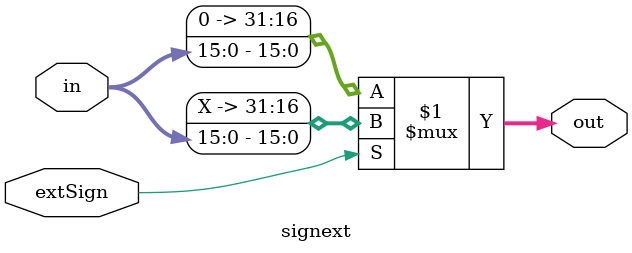
<source format=v>
`timescale 1ns / 1ps


module signext(
    input [15:0] in,
    input extSign,
    output [31:0] out
    );
    assign out = extSign ? {{16{inst[15]}}, in} : {{16{1'b0}}, in};

endmodule

</source>
